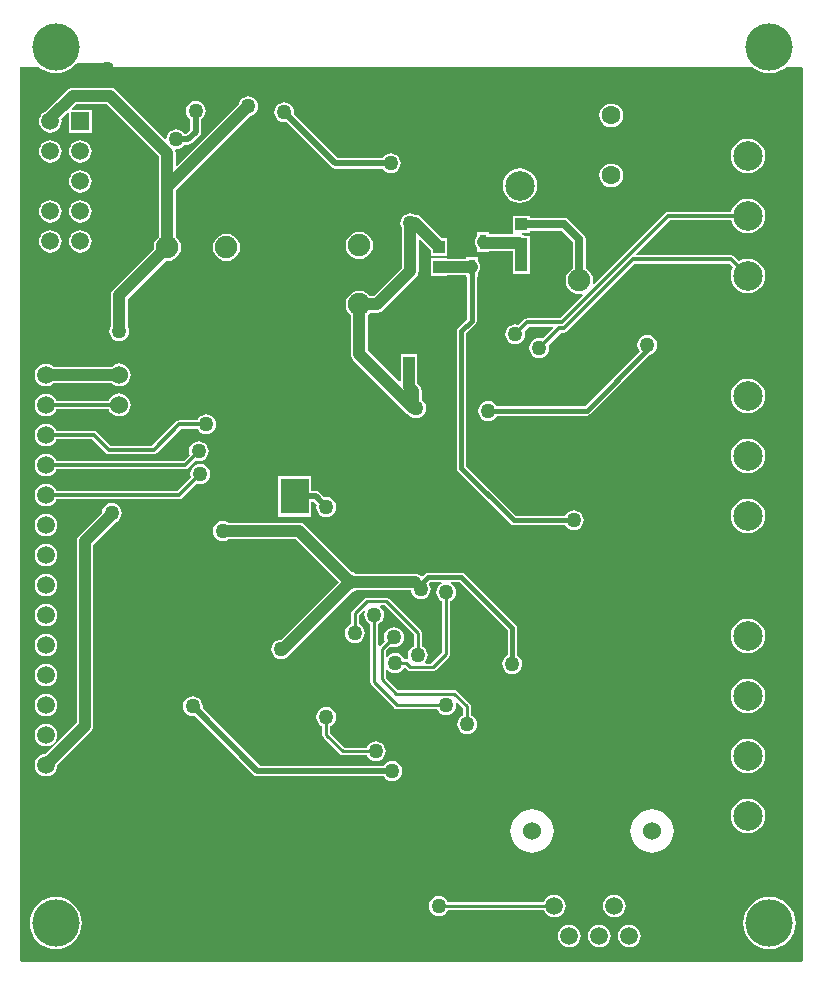
<source format=gbl>
%FSLAX44Y44*%
%MOMM*%
G71*
G01*
G75*
G04 Layer_Physical_Order=2*
G04 Layer_Color=16711680*
%ADD10R,1.4000X0.6500*%
%ADD11R,1.7800X0.4200*%
%ADD12R,1.0000X1.1000*%
%ADD13R,1.1000X1.0000*%
%ADD14R,0.3000X1.4000*%
%ADD15R,1.1000X1.9000*%
%ADD16R,0.6000X1.4000*%
%ADD17R,1.4500X0.5500*%
%ADD18R,0.5500X1.4500*%
%ADD19R,1.7000X0.6500*%
%ADD20R,0.8000X0.8000*%
%ADD21R,3.5000X2.6000*%
%ADD22C,1.0000*%
%ADD23C,0.2540*%
%ADD24C,0.3000*%
%ADD25C,0.7000*%
%ADD26C,0.4000*%
%ADD27C,0.5000*%
%ADD28C,0.6000*%
%ADD29C,4.0000*%
%ADD30R,1.5000X1.5000*%
%ADD31C,1.5000*%
%ADD32C,2.5000*%
%ADD33C,1.5240*%
%ADD34C,1.9000*%
%ADD35C,1.6000*%
%ADD36C,1.2700*%
%ADD37R,2.4000X3.0000*%
%ADD38R,0.6000X1.3000*%
G36*
X673000Y767102D02*
X673000Y11898D01*
X672102Y11000D01*
X10803Y11000D01*
X9905Y11898D01*
X10613Y768000D01*
X26586D01*
X28268Y766619D01*
X32090Y764576D01*
X36237Y763318D01*
X40550Y762894D01*
X44863Y763318D01*
X49010Y764576D01*
X52832Y766619D01*
X54514Y768000D01*
X630796Y768000D01*
X632479Y766619D01*
X636301Y764576D01*
X640448Y763318D01*
X644760Y762894D01*
X649073Y763318D01*
X653220Y764576D01*
X657042Y766619D01*
X658725Y768000D01*
X672102D01*
X673000Y767102D01*
D02*
G37*
%LPC*%
G36*
X626500Y250505D02*
X622715Y250007D01*
X619188Y248546D01*
X616159Y246222D01*
X613835Y243193D01*
X612374Y239665D01*
X611875Y235880D01*
X612374Y232095D01*
X613835Y228568D01*
X616159Y225539D01*
X619188Y223214D01*
X622715Y221753D01*
X626500Y221255D01*
X630285Y221753D01*
X633813Y223214D01*
X636842Y225539D01*
X639166Y228568D01*
X640627Y232095D01*
X641125Y235880D01*
X640627Y239665D01*
X639166Y243193D01*
X636842Y246222D01*
X633813Y248546D01*
X630285Y250007D01*
X626500Y250505D01*
D02*
G37*
G36*
X32140Y263242D02*
X29660Y262916D01*
X27349Y261958D01*
X25365Y260436D01*
X23842Y258451D01*
X22885Y256140D01*
X22558Y253660D01*
X22885Y251180D01*
X23842Y248869D01*
X25365Y246885D01*
X27349Y245362D01*
X29660Y244405D01*
X32140Y244078D01*
X34620Y244405D01*
X36931Y245362D01*
X38916Y246885D01*
X40438Y248869D01*
X41396Y251180D01*
X41722Y253660D01*
X41396Y256140D01*
X40438Y258451D01*
X38916Y260436D01*
X36931Y261958D01*
X34620Y262916D01*
X32140Y263242D01*
D02*
G37*
G36*
X182000Y384002D02*
X179820Y383715D01*
X177789Y382874D01*
X176045Y381535D01*
X174706Y379791D01*
X173865Y377760D01*
X173578Y375580D01*
X173865Y373400D01*
X174706Y371369D01*
X176045Y369625D01*
X177789Y368286D01*
X179820Y367445D01*
X182000Y367158D01*
X184180Y367445D01*
X186211Y368286D01*
X186515Y368520D01*
X243846D01*
X279965Y332400D01*
X231193Y283628D01*
X229350Y283385D01*
X227319Y282544D01*
X225575Y281205D01*
X224236Y279461D01*
X223395Y277430D01*
X223108Y275250D01*
X223395Y273070D01*
X224236Y271039D01*
X225575Y269295D01*
X227319Y267956D01*
X229350Y267115D01*
X231530Y266828D01*
X233710Y267115D01*
X235741Y267956D01*
X237485Y269295D01*
X238824Y271039D01*
X239000Y271466D01*
X291750Y324215D01*
X292130Y324265D01*
X294161Y325106D01*
X294465Y325340D01*
X341312D01*
X341505Y323870D01*
X342346Y321839D01*
X343685Y320095D01*
X345429Y318756D01*
X347460Y317915D01*
X349640Y317628D01*
X351820Y317915D01*
X353851Y318756D01*
X355595Y320095D01*
X356934Y321839D01*
X357775Y323870D01*
X358062Y326050D01*
X357775Y328230D01*
X356934Y330261D01*
X356445Y330898D01*
X357679Y332132D01*
X366906D01*
X367159Y330862D01*
X367019Y330804D01*
X365275Y329465D01*
X363936Y327721D01*
X363095Y325690D01*
X362808Y323510D01*
X363095Y321330D01*
X363936Y319299D01*
X365275Y317555D01*
X367019Y316216D01*
X367896Y315853D01*
Y272821D01*
X358419Y263344D01*
X353894D01*
X353362Y264614D01*
X354394Y265959D01*
X355235Y267990D01*
X355522Y270170D01*
X355235Y272350D01*
X354394Y274381D01*
X353055Y276125D01*
X351311Y277464D01*
X350434Y277827D01*
Y289220D01*
X350180Y290496D01*
X349458Y291578D01*
X322788Y318248D01*
X321706Y318970D01*
X320430Y319224D01*
X303920D01*
X302644Y318970D01*
X301563Y318248D01*
X291403Y308088D01*
X290680Y307006D01*
X290426Y305730D01*
Y296877D01*
X289549Y296514D01*
X287805Y295175D01*
X286466Y293431D01*
X285625Y291400D01*
X285338Y289220D01*
X285625Y287040D01*
X286466Y285009D01*
X287805Y283265D01*
X289549Y281926D01*
X291580Y281085D01*
X293760Y280798D01*
X295940Y281085D01*
X297971Y281926D01*
X299715Y283265D01*
X301054Y285009D01*
X301895Y287040D01*
X302182Y289220D01*
X301895Y291400D01*
X301054Y293431D01*
X299715Y295175D01*
X297971Y296514D01*
X297094Y296877D01*
Y304349D01*
X301556Y308811D01*
X302633Y308092D01*
X302135Y306890D01*
X301848Y304710D01*
X302135Y302530D01*
X302976Y300499D01*
X304315Y298755D01*
X306059Y297416D01*
X306936Y297053D01*
Y247310D01*
X307190Y246034D01*
X307913Y244953D01*
X326963Y225903D01*
X328044Y225180D01*
X329320Y224926D01*
X363573D01*
X363936Y224049D01*
X365275Y222305D01*
X367019Y220966D01*
X369050Y220125D01*
X371230Y219838D01*
X373410Y220125D01*
X375441Y220966D01*
X377185Y222305D01*
X378524Y224049D01*
X379365Y226080D01*
X379652Y228260D01*
X379413Y230076D01*
X380549Y230736D01*
X385676Y225609D01*
Y219407D01*
X384799Y219044D01*
X383055Y217705D01*
X381716Y215961D01*
X380875Y213930D01*
X380588Y211750D01*
X380875Y209570D01*
X381716Y207539D01*
X383055Y205795D01*
X384799Y204456D01*
X386830Y203615D01*
X389010Y203328D01*
X391190Y203615D01*
X393221Y204456D01*
X394965Y205795D01*
X396304Y207539D01*
X397145Y209570D01*
X397432Y211750D01*
X397145Y213930D01*
X396304Y215961D01*
X394965Y217705D01*
X393221Y219044D01*
X392344Y219407D01*
Y226990D01*
X392090Y228266D01*
X391368Y229348D01*
X380478Y240238D01*
X379396Y240960D01*
X378120Y241214D01*
X329971D01*
X319954Y251231D01*
Y258568D01*
X321224Y259000D01*
X322095Y257865D01*
X323839Y256526D01*
X325870Y255685D01*
X328050Y255398D01*
X330230Y255685D01*
X332261Y256526D01*
X334005Y257865D01*
X335038Y259211D01*
X336533Y259513D01*
X338393Y257653D01*
X339474Y256930D01*
X340750Y256676D01*
X359800D01*
X361076Y256930D01*
X362158Y257653D01*
X373588Y269083D01*
X374310Y270164D01*
X374564Y271440D01*
Y315853D01*
X375441Y316216D01*
X377185Y317555D01*
X378524Y319299D01*
X379365Y321330D01*
X379652Y323510D01*
X379365Y325690D01*
X378524Y327721D01*
X377185Y329465D01*
X375441Y330804D01*
X375301Y330862D01*
X375554Y332132D01*
X382241D01*
X423032Y291341D01*
Y270349D01*
X422899Y270294D01*
X421155Y268955D01*
X419816Y267211D01*
X418975Y265180D01*
X418688Y263000D01*
X418975Y260820D01*
X419816Y258789D01*
X421155Y257045D01*
X422899Y255706D01*
X424930Y254865D01*
X427110Y254578D01*
X429290Y254865D01*
X431321Y255706D01*
X433065Y257045D01*
X434404Y258789D01*
X435245Y260820D01*
X435532Y263000D01*
X435245Y265180D01*
X434404Y267211D01*
X433065Y268955D01*
X431321Y270294D01*
X431189Y270349D01*
Y293030D01*
X431189Y293030D01*
X430929Y294332D01*
X430878Y294591D01*
X429994Y295914D01*
X386814Y339094D01*
X385491Y339978D01*
X385232Y340029D01*
X383930Y340289D01*
X383930Y340288D01*
X355990D01*
X355990Y340289D01*
X354429Y339978D01*
X353106Y339094D01*
X351038Y337025D01*
X349771Y337108D01*
X349553Y337393D01*
X348090Y338515D01*
X346387Y339220D01*
X344560Y339460D01*
X294465D01*
X294161Y339694D01*
X292130Y340535D01*
X291750Y340585D01*
X251763Y380573D01*
X250300Y381695D01*
X248598Y382400D01*
X246770Y382640D01*
X186515D01*
X186211Y382874D01*
X184180Y383715D01*
X182000Y384002D01*
D02*
G37*
G36*
X269630Y226522D02*
X267450Y226235D01*
X265419Y225394D01*
X263675Y224055D01*
X262336Y222311D01*
X261495Y220280D01*
X261208Y218100D01*
X261495Y215920D01*
X262336Y213889D01*
X263675Y212145D01*
X265419Y210806D01*
X266296Y210443D01*
Y202860D01*
X266550Y201584D01*
X267273Y200503D01*
X281243Y186533D01*
X282324Y185810D01*
X283600Y185556D01*
X303883D01*
X304246Y184679D01*
X305585Y182935D01*
X307329Y181596D01*
X309360Y180755D01*
X311540Y180468D01*
X313720Y180755D01*
X315751Y181596D01*
X317495Y182935D01*
X318834Y184679D01*
X319675Y186710D01*
X319962Y188890D01*
X319675Y191070D01*
X318834Y193101D01*
X317495Y194845D01*
X315751Y196184D01*
X313720Y197025D01*
X311540Y197312D01*
X309360Y197025D01*
X307329Y196184D01*
X305585Y194845D01*
X304246Y193101D01*
X303883Y192224D01*
X284981D01*
X272964Y204241D01*
Y210443D01*
X273841Y210806D01*
X275585Y212145D01*
X276924Y213889D01*
X277765Y215920D01*
X278052Y218100D01*
X277765Y220280D01*
X276924Y222311D01*
X275585Y224055D01*
X273841Y225394D01*
X271810Y226235D01*
X269630Y226522D01*
D02*
G37*
G36*
X32140Y212442D02*
X29660Y212116D01*
X27349Y211158D01*
X25365Y209636D01*
X23842Y207651D01*
X22885Y205340D01*
X22558Y202860D01*
X22885Y200380D01*
X23842Y198069D01*
X25365Y196085D01*
X27349Y194562D01*
X29660Y193605D01*
X32140Y193278D01*
X34620Y193605D01*
X36931Y194562D01*
X38916Y196085D01*
X40438Y198069D01*
X41396Y200380D01*
X41722Y202860D01*
X41396Y205340D01*
X40438Y207651D01*
X38916Y209636D01*
X36931Y211158D01*
X34620Y212116D01*
X32140Y212442D01*
D02*
G37*
G36*
Y237842D02*
X29660Y237516D01*
X27349Y236558D01*
X25365Y235035D01*
X23842Y233051D01*
X22885Y230740D01*
X22558Y228260D01*
X22885Y225780D01*
X23842Y223469D01*
X25365Y221485D01*
X27349Y219962D01*
X29660Y219005D01*
X32140Y218678D01*
X34620Y219005D01*
X36931Y219962D01*
X38916Y221485D01*
X40438Y223469D01*
X41396Y225780D01*
X41722Y228260D01*
X41396Y230740D01*
X40438Y233051D01*
X38916Y235035D01*
X36931Y236558D01*
X34620Y237516D01*
X32140Y237842D01*
D02*
G37*
G36*
Y288642D02*
X29660Y288316D01*
X27349Y287358D01*
X25365Y285835D01*
X23842Y283851D01*
X22885Y281540D01*
X22558Y279060D01*
X22885Y276580D01*
X23842Y274269D01*
X25365Y272285D01*
X27349Y270762D01*
X29660Y269805D01*
X32140Y269478D01*
X34620Y269805D01*
X36931Y270762D01*
X38916Y272285D01*
X40438Y274269D01*
X41396Y276580D01*
X41722Y279060D01*
X41396Y281540D01*
X40438Y283851D01*
X38916Y285835D01*
X36931Y287358D01*
X34620Y288316D01*
X32140Y288642D01*
D02*
G37*
G36*
Y364842D02*
X29660Y364516D01*
X27349Y363558D01*
X25365Y362035D01*
X23842Y360051D01*
X22885Y357740D01*
X22558Y355260D01*
X22885Y352780D01*
X23842Y350469D01*
X25365Y348485D01*
X27349Y346962D01*
X29660Y346005D01*
X32140Y345678D01*
X34620Y346005D01*
X36931Y346962D01*
X38916Y348485D01*
X40438Y350469D01*
X41396Y352780D01*
X41722Y355260D01*
X41396Y357740D01*
X40438Y360051D01*
X38916Y362035D01*
X36931Y363558D01*
X34620Y364516D01*
X32140Y364842D01*
D02*
G37*
G36*
Y390242D02*
X29660Y389916D01*
X27349Y388958D01*
X25365Y387435D01*
X23842Y385451D01*
X22885Y383140D01*
X22558Y380660D01*
X22885Y378180D01*
X23842Y375869D01*
X25365Y373885D01*
X27349Y372362D01*
X29660Y371405D01*
X32140Y371078D01*
X34620Y371405D01*
X36931Y372362D01*
X38916Y373885D01*
X40438Y375869D01*
X41396Y378180D01*
X41722Y380660D01*
X41396Y383140D01*
X40438Y385451D01*
X38916Y387435D01*
X36931Y388958D01*
X34620Y389916D01*
X32140Y390242D01*
D02*
G37*
G36*
X626500Y402905D02*
X622715Y402407D01*
X619188Y400946D01*
X616159Y398622D01*
X613835Y395593D01*
X612374Y392065D01*
X611875Y388280D01*
X612374Y384495D01*
X613835Y380968D01*
X616159Y377939D01*
X619188Y375614D01*
X622715Y374153D01*
X626500Y373655D01*
X630285Y374153D01*
X633813Y375614D01*
X636842Y377939D01*
X639166Y380968D01*
X640627Y384495D01*
X641125Y388280D01*
X640627Y392065D01*
X639166Y395593D01*
X636842Y398622D01*
X633813Y400946D01*
X630285Y402407D01*
X626500Y402905D01*
D02*
G37*
G36*
Y301305D02*
X622715Y300807D01*
X619188Y299346D01*
X616159Y297022D01*
X613835Y293993D01*
X612374Y290465D01*
X611875Y286680D01*
X612374Y282895D01*
X613835Y279368D01*
X616159Y276339D01*
X619188Y274014D01*
X622715Y272553D01*
X626500Y272055D01*
X630285Y272553D01*
X633813Y274014D01*
X636842Y276339D01*
X639166Y279368D01*
X640627Y282895D01*
X641125Y286680D01*
X640627Y290465D01*
X639166Y293993D01*
X636842Y297022D01*
X633813Y299346D01*
X630285Y300807D01*
X626500Y301305D01*
D02*
G37*
G36*
X32140Y314042D02*
X29660Y313716D01*
X27349Y312758D01*
X25365Y311236D01*
X23842Y309251D01*
X22885Y306940D01*
X22558Y304460D01*
X22885Y301980D01*
X23842Y299669D01*
X25365Y297685D01*
X27349Y296162D01*
X29660Y295205D01*
X32140Y294878D01*
X34620Y295205D01*
X36931Y296162D01*
X38916Y297685D01*
X40438Y299669D01*
X41396Y301980D01*
X41722Y304460D01*
X41396Y306940D01*
X40438Y309251D01*
X38916Y311236D01*
X36931Y312758D01*
X34620Y313716D01*
X32140Y314042D01*
D02*
G37*
G36*
Y339442D02*
X29660Y339116D01*
X27349Y338158D01*
X25365Y336636D01*
X23842Y334651D01*
X22885Y332340D01*
X22558Y329860D01*
X22885Y327380D01*
X23842Y325069D01*
X25365Y323085D01*
X27349Y321562D01*
X29660Y320605D01*
X32140Y320278D01*
X34620Y320605D01*
X36931Y321562D01*
X38916Y323085D01*
X40438Y325069D01*
X41396Y327380D01*
X41722Y329860D01*
X41396Y332340D01*
X40438Y334651D01*
X38916Y336636D01*
X36931Y338158D01*
X34620Y339116D01*
X32140Y339442D01*
D02*
G37*
G36*
X500820Y42262D02*
X498340Y41936D01*
X496029Y40978D01*
X494045Y39456D01*
X492522Y37471D01*
X491565Y35160D01*
X491238Y32680D01*
X491565Y30200D01*
X492522Y27889D01*
X494045Y25905D01*
X496029Y24382D01*
X498340Y23425D01*
X500820Y23098D01*
X503300Y23425D01*
X505611Y24382D01*
X507596Y25905D01*
X509118Y27889D01*
X510076Y30200D01*
X510402Y32680D01*
X510076Y35160D01*
X509118Y37471D01*
X507596Y39456D01*
X505611Y40978D01*
X503300Y41936D01*
X500820Y42262D01*
D02*
G37*
G36*
X526220D02*
X523740Y41936D01*
X521429Y40978D01*
X519445Y39456D01*
X517922Y37471D01*
X516965Y35160D01*
X516638Y32680D01*
X516965Y30200D01*
X517922Y27889D01*
X519445Y25905D01*
X521429Y24382D01*
X523740Y23425D01*
X526220Y23098D01*
X528700Y23425D01*
X531011Y24382D01*
X532996Y25905D01*
X534519Y27889D01*
X535476Y30200D01*
X535802Y32680D01*
X535476Y35160D01*
X534519Y37471D01*
X532996Y39456D01*
X531011Y40978D01*
X528700Y41936D01*
X526220Y42262D01*
D02*
G37*
G36*
X513520Y67662D02*
X511040Y67336D01*
X508729Y66378D01*
X506745Y64856D01*
X505222Y62871D01*
X504265Y60560D01*
X503938Y58080D01*
X504265Y55600D01*
X505222Y53289D01*
X506745Y51305D01*
X508729Y49782D01*
X511040Y48825D01*
X513520Y48498D01*
X516000Y48825D01*
X518311Y49782D01*
X520296Y51305D01*
X521819Y53289D01*
X522776Y55600D01*
X523102Y58080D01*
X522776Y60560D01*
X521819Y62871D01*
X520296Y64856D01*
X518311Y66378D01*
X516000Y67336D01*
X513520Y67662D01*
D02*
G37*
G36*
X644760Y65736D02*
X640448Y65312D01*
X636301Y64054D01*
X632479Y62011D01*
X629129Y59262D01*
X626380Y55912D01*
X624337Y52090D01*
X623079Y47943D01*
X622654Y43630D01*
X623079Y39317D01*
X624337Y35170D01*
X626380Y31348D01*
X629129Y27998D01*
X632479Y25249D01*
X636301Y23206D01*
X640448Y21948D01*
X644760Y21523D01*
X649073Y21948D01*
X653220Y23206D01*
X657042Y25249D01*
X660392Y27998D01*
X663141Y31348D01*
X665184Y35170D01*
X666442Y39317D01*
X666867Y43630D01*
X666442Y47943D01*
X665184Y52090D01*
X663141Y55912D01*
X660392Y59262D01*
X657042Y62011D01*
X653220Y64054D01*
X649073Y65312D01*
X644760Y65736D01*
D02*
G37*
G36*
X40550Y65736D02*
X36237Y65312D01*
X32090Y64054D01*
X28268Y62011D01*
X24918Y59262D01*
X22169Y55912D01*
X20126Y52090D01*
X18868Y47943D01*
X18444Y43630D01*
X18868Y39317D01*
X20126Y35170D01*
X22169Y31348D01*
X24918Y27998D01*
X28268Y25249D01*
X32090Y23206D01*
X36237Y21948D01*
X40550Y21523D01*
X44863Y21948D01*
X49010Y23206D01*
X52832Y25249D01*
X56182Y27998D01*
X58931Y31348D01*
X60974Y35170D01*
X62232Y39317D01*
X62656Y43630D01*
X62232Y47943D01*
X60974Y52090D01*
X58931Y55912D01*
X56182Y59262D01*
X52832Y62011D01*
X49010Y64054D01*
X44863Y65312D01*
X40550Y65736D01*
D02*
G37*
G36*
X475420Y42262D02*
X472940Y41936D01*
X470629Y40978D01*
X468645Y39456D01*
X467122Y37471D01*
X466165Y35160D01*
X465838Y32680D01*
X466165Y30200D01*
X467122Y27889D01*
X468645Y25905D01*
X470629Y24382D01*
X472940Y23425D01*
X475420Y23098D01*
X477900Y23425D01*
X480211Y24382D01*
X482196Y25905D01*
X483718Y27889D01*
X484676Y30200D01*
X485002Y32680D01*
X484676Y35160D01*
X483718Y37471D01*
X482196Y39456D01*
X480211Y40978D01*
X477900Y41936D01*
X475420Y42262D01*
D02*
G37*
G36*
X462720Y67662D02*
X460240Y67336D01*
X457929Y66378D01*
X455945Y64856D01*
X454422Y62871D01*
X453819Y61414D01*
X372537D01*
X372174Y62291D01*
X370835Y64035D01*
X369091Y65374D01*
X367060Y66215D01*
X364880Y66502D01*
X362700Y66215D01*
X360669Y65374D01*
X358925Y64035D01*
X357586Y62291D01*
X356745Y60260D01*
X356458Y58080D01*
X356745Y55900D01*
X357586Y53869D01*
X358925Y52125D01*
X360669Y50786D01*
X362700Y49945D01*
X364880Y49658D01*
X367060Y49945D01*
X369091Y50786D01*
X370835Y52125D01*
X372174Y53869D01*
X372537Y54746D01*
X453819D01*
X454422Y53289D01*
X455945Y51305D01*
X457929Y49782D01*
X460240Y48825D01*
X462720Y48498D01*
X465200Y48825D01*
X467511Y49782D01*
X469496Y51305D01*
X471018Y53289D01*
X471976Y55600D01*
X472302Y58080D01*
X471976Y60560D01*
X471018Y62871D01*
X469496Y64856D01*
X467511Y66378D01*
X465200Y67336D01*
X462720Y67662D01*
D02*
G37*
G36*
X156600Y235412D02*
X154420Y235125D01*
X152389Y234284D01*
X150645Y232945D01*
X149306Y231201D01*
X148465Y229170D01*
X148178Y226990D01*
X148465Y224810D01*
X149306Y222779D01*
X150645Y221035D01*
X152389Y219696D01*
X154420Y218855D01*
X156600Y218568D01*
X158309Y218793D01*
X207966Y169136D01*
X209454Y168141D01*
X211210Y167792D01*
X318506D01*
X319555Y166425D01*
X321299Y165086D01*
X323330Y164245D01*
X325510Y163958D01*
X327690Y164245D01*
X329721Y165086D01*
X331465Y166425D01*
X332804Y168169D01*
X333645Y170200D01*
X333932Y172380D01*
X333645Y174560D01*
X332804Y176591D01*
X331465Y178335D01*
X329721Y179674D01*
X327690Y180515D01*
X325510Y180802D01*
X323330Y180515D01*
X321299Y179674D01*
X319555Y178335D01*
X318506Y176968D01*
X213111D01*
X164797Y225282D01*
X165022Y226990D01*
X164735Y229170D01*
X163894Y231201D01*
X162555Y232945D01*
X160811Y234284D01*
X158780Y235125D01*
X156600Y235412D01*
D02*
G37*
G36*
X88020Y399242D02*
X85840Y398955D01*
X83809Y398114D01*
X82065Y396775D01*
X80726Y395031D01*
X79885Y393000D01*
X79643Y391157D01*
X60168Y371683D01*
X59046Y370220D01*
X58340Y368517D01*
X58100Y366690D01*
Y213405D01*
X31676Y186981D01*
X29660Y186716D01*
X27349Y185758D01*
X25365Y184235D01*
X23842Y182251D01*
X22885Y179940D01*
X22558Y177460D01*
X22885Y174980D01*
X23842Y172669D01*
X25365Y170685D01*
X27349Y169162D01*
X29660Y168205D01*
X32140Y167878D01*
X34620Y168205D01*
X36931Y169162D01*
X38916Y170685D01*
X40438Y172669D01*
X41396Y174980D01*
X41661Y176996D01*
X70153Y205488D01*
X71275Y206950D01*
X71980Y208653D01*
X72221Y210480D01*
Y363766D01*
X91805Y383350D01*
X92231Y383526D01*
X93975Y384865D01*
X95314Y386609D01*
X96155Y388640D01*
X96442Y390820D01*
X96155Y393000D01*
X95314Y395031D01*
X93975Y396775D01*
X92231Y398114D01*
X90200Y398955D01*
X88020Y399242D01*
D02*
G37*
G36*
X626500Y199705D02*
X622715Y199207D01*
X619188Y197746D01*
X616159Y195422D01*
X613835Y192393D01*
X612374Y188865D01*
X611875Y185080D01*
X612374Y181295D01*
X613835Y177768D01*
X616159Y174739D01*
X619188Y172414D01*
X622715Y170953D01*
X626500Y170455D01*
X630285Y170953D01*
X633813Y172414D01*
X636842Y174739D01*
X639166Y177768D01*
X640627Y181295D01*
X641125Y185080D01*
X640627Y188865D01*
X639166Y192393D01*
X636842Y195422D01*
X633813Y197746D01*
X630285Y199207D01*
X626500Y199705D01*
D02*
G37*
G36*
X443620Y139918D02*
X440043Y139566D01*
X436603Y138523D01*
X433432Y136828D01*
X430653Y134547D01*
X428372Y131768D01*
X426678Y128598D01*
X425634Y125158D01*
X425282Y121580D01*
X425634Y118003D01*
X426678Y114562D01*
X428372Y111392D01*
X430653Y108613D01*
X433432Y106332D01*
X436603Y104638D01*
X440043Y103594D01*
X443620Y103242D01*
X447198Y103594D01*
X450638Y104638D01*
X453809Y106332D01*
X456587Y108613D01*
X458868Y111392D01*
X460563Y114562D01*
X461606Y118003D01*
X461959Y121580D01*
X461606Y125158D01*
X460563Y128598D01*
X458868Y131768D01*
X456587Y134547D01*
X453809Y136828D01*
X450638Y138523D01*
X447198Y139566D01*
X443620Y139918D01*
D02*
G37*
G36*
X545220D02*
X541643Y139566D01*
X538203Y138523D01*
X535032Y136828D01*
X532253Y134547D01*
X529972Y131768D01*
X528278Y128598D01*
X527234Y125158D01*
X526882Y121580D01*
X527234Y118003D01*
X528278Y114562D01*
X529972Y111392D01*
X532253Y108613D01*
X535032Y106332D01*
X538203Y104638D01*
X541643Y103594D01*
X545220Y103242D01*
X548798Y103594D01*
X552238Y104638D01*
X555409Y106332D01*
X558187Y108613D01*
X560468Y111392D01*
X562163Y114562D01*
X563206Y118003D01*
X563559Y121580D01*
X563206Y125158D01*
X562163Y128598D01*
X560468Y131768D01*
X558187Y134547D01*
X555409Y136828D01*
X552238Y138523D01*
X548798Y139566D01*
X545220Y139918D01*
D02*
G37*
G36*
X626500Y148905D02*
X622715Y148407D01*
X619188Y146946D01*
X616159Y144622D01*
X613835Y141593D01*
X612374Y138065D01*
X611875Y134280D01*
X612374Y130495D01*
X613835Y126968D01*
X616159Y123939D01*
X619188Y121614D01*
X622715Y120153D01*
X626500Y119655D01*
X630285Y120153D01*
X633813Y121614D01*
X636842Y123939D01*
X639166Y126968D01*
X640627Y130495D01*
X641125Y134280D01*
X640627Y138065D01*
X639166Y141593D01*
X636842Y144622D01*
X633813Y146946D01*
X630285Y148407D01*
X626500Y148905D01*
D02*
G37*
G36*
X256960Y421790D02*
X228960D01*
Y387790D01*
X256960D01*
Y400202D01*
X258840D01*
X261433Y397609D01*
X261208Y395900D01*
X261495Y393720D01*
X262336Y391689D01*
X263675Y389945D01*
X265419Y388606D01*
X267450Y387765D01*
X269630Y387478D01*
X271810Y387765D01*
X273841Y388606D01*
X275585Y389945D01*
X276924Y391689D01*
X277765Y393720D01*
X278052Y395900D01*
X277765Y398080D01*
X276924Y400111D01*
X275585Y401855D01*
X273841Y403194D01*
X271810Y404035D01*
X269630Y404322D01*
X267922Y404097D01*
X263984Y408034D01*
X262496Y409029D01*
X260740Y409378D01*
X256960D01*
Y421790D01*
D02*
G37*
G36*
X35950Y655672D02*
X33470Y655346D01*
X31159Y654388D01*
X29175Y652866D01*
X27652Y650881D01*
X26695Y648570D01*
X26368Y646090D01*
X26695Y643610D01*
X27652Y641299D01*
X29175Y639315D01*
X31159Y637792D01*
X33470Y636835D01*
X35950Y636508D01*
X38430Y636835D01*
X40741Y637792D01*
X42726Y639315D01*
X44248Y641299D01*
X45206Y643610D01*
X45532Y646090D01*
X45206Y648570D01*
X44248Y650881D01*
X42726Y652866D01*
X40741Y654388D01*
X38430Y655346D01*
X35950Y655672D01*
D02*
G37*
G36*
X61350D02*
X58870Y655346D01*
X56559Y654388D01*
X54575Y652866D01*
X53052Y650881D01*
X52095Y648570D01*
X51768Y646090D01*
X52095Y643610D01*
X53052Y641299D01*
X54575Y639315D01*
X56559Y637792D01*
X58870Y636835D01*
X61350Y636508D01*
X63830Y636835D01*
X66141Y637792D01*
X68126Y639315D01*
X69648Y641299D01*
X70606Y643610D01*
X70932Y646090D01*
X70606Y648570D01*
X69648Y650881D01*
X68126Y652866D01*
X66141Y654388D01*
X63830Y655346D01*
X61350Y655672D01*
D02*
G37*
G36*
X433460Y682535D02*
X429675Y682037D01*
X426148Y680576D01*
X423119Y678252D01*
X420794Y675223D01*
X419333Y671695D01*
X418835Y667910D01*
X419333Y664125D01*
X420794Y660598D01*
X423119Y657569D01*
X426148Y655244D01*
X429675Y653783D01*
X433460Y653285D01*
X437245Y653783D01*
X440773Y655244D01*
X443802Y657569D01*
X446126Y660598D01*
X447587Y664125D01*
X448085Y667910D01*
X447587Y671695D01*
X446126Y675223D01*
X443802Y678252D01*
X440773Y680576D01*
X437245Y682037D01*
X433460Y682535D01*
D02*
G37*
G36*
X340750Y644352D02*
X338570Y644065D01*
X336539Y643224D01*
X334795Y641885D01*
X333456Y640141D01*
X332615Y638110D01*
X332328Y635930D01*
X332615Y633750D01*
X333456Y631719D01*
X333690Y631415D01*
Y598215D01*
X309886Y574411D01*
X306648D01*
X305772Y575552D01*
X303370Y577395D01*
X300572Y578554D01*
X297570Y578949D01*
X294568Y578554D01*
X291770Y577395D01*
X289368Y575552D01*
X287525Y573150D01*
X286366Y570352D01*
X285971Y567350D01*
X286366Y564348D01*
X287525Y561550D01*
X289368Y559148D01*
X290510Y558272D01*
Y525440D01*
X290750Y523613D01*
X291456Y521910D01*
X292578Y520448D01*
X338298Y474728D01*
X339760Y473606D01*
X340460Y473316D01*
X341619Y472426D01*
X343650Y471585D01*
X345830Y471298D01*
X348010Y471585D01*
X350041Y472426D01*
X351785Y473765D01*
X353124Y475509D01*
X353965Y477540D01*
X354252Y479720D01*
X353965Y481900D01*
X353124Y483931D01*
X351785Y485675D01*
X350350Y486776D01*
Y493690D01*
X350110Y495517D01*
X349405Y497220D01*
X348283Y498683D01*
X346540Y500425D01*
Y517820D01*
X346480Y518279D01*
Y525320D01*
X332480D01*
Y518279D01*
X332420Y517820D01*
Y502235D01*
X331246Y501749D01*
X304631Y528365D01*
Y558272D01*
X305772Y559148D01*
X306648Y560290D01*
X312810D01*
X314638Y560530D01*
X316340Y561236D01*
X317803Y562358D01*
X345743Y590298D01*
X346865Y591760D01*
X347570Y593463D01*
X347811Y595290D01*
Y621525D01*
X348984Y622011D01*
X357880Y613115D01*
Y608600D01*
X371880D01*
Y615641D01*
X371940Y616100D01*
X371880Y616559D01*
Y623600D01*
X367365D01*
X350043Y640922D01*
X348580Y642045D01*
X346878Y642750D01*
X345310Y642956D01*
X344961Y643224D01*
X342930Y644065D01*
X340750Y644352D01*
D02*
G37*
G36*
X35950Y630272D02*
X33470Y629946D01*
X31159Y628988D01*
X29175Y627466D01*
X27652Y625481D01*
X26695Y623170D01*
X26368Y620690D01*
X26695Y618210D01*
X27652Y615899D01*
X29175Y613915D01*
X31159Y612392D01*
X33470Y611435D01*
X35950Y611108D01*
X38430Y611435D01*
X40741Y612392D01*
X42726Y613915D01*
X44248Y615899D01*
X45206Y618210D01*
X45532Y620690D01*
X45206Y623170D01*
X44248Y625481D01*
X42726Y627466D01*
X40741Y628988D01*
X38430Y629946D01*
X35950Y630272D01*
D02*
G37*
G36*
X61350D02*
X58870Y629946D01*
X56559Y628988D01*
X54575Y627466D01*
X53052Y625481D01*
X52095Y623170D01*
X51768Y620690D01*
X52095Y618210D01*
X53052Y615899D01*
X54575Y613915D01*
X56559Y612392D01*
X58870Y611435D01*
X61350Y611108D01*
X63830Y611435D01*
X66141Y612392D01*
X68126Y613915D01*
X69648Y615899D01*
X70606Y618210D01*
X70932Y620690D01*
X70606Y623170D01*
X69648Y625481D01*
X68126Y627466D01*
X66141Y628988D01*
X63830Y629946D01*
X61350Y630272D01*
D02*
G37*
G36*
Y681072D02*
X58870Y680746D01*
X56559Y679788D01*
X54575Y678266D01*
X53052Y676281D01*
X52095Y673970D01*
X51768Y671490D01*
X52095Y669010D01*
X53052Y666699D01*
X54575Y664715D01*
X56559Y663192D01*
X58870Y662235D01*
X61350Y661908D01*
X63830Y662235D01*
X66141Y663192D01*
X68126Y664715D01*
X69648Y666699D01*
X70606Y669010D01*
X70932Y671490D01*
X70606Y673970D01*
X69648Y676281D01*
X68126Y678266D01*
X66141Y679788D01*
X63830Y680746D01*
X61350Y681072D01*
D02*
G37*
G36*
X35950Y706472D02*
X33470Y706146D01*
X31159Y705188D01*
X29175Y703665D01*
X27652Y701681D01*
X26695Y699370D01*
X26368Y696890D01*
X26695Y694410D01*
X27652Y692099D01*
X29175Y690115D01*
X31159Y688592D01*
X33470Y687635D01*
X35950Y687308D01*
X38430Y687635D01*
X40741Y688592D01*
X42726Y690115D01*
X44248Y692099D01*
X45206Y694410D01*
X45532Y696890D01*
X45206Y699370D01*
X44248Y701681D01*
X42726Y703665D01*
X40741Y705188D01*
X38430Y706146D01*
X35950Y706472D01*
D02*
G37*
G36*
X61350D02*
X58870Y706146D01*
X56559Y705188D01*
X54575Y703665D01*
X53052Y701681D01*
X52095Y699370D01*
X51768Y696890D01*
X52095Y694410D01*
X53052Y692099D01*
X54575Y690115D01*
X56559Y688592D01*
X58870Y687635D01*
X61350Y687308D01*
X63830Y687635D01*
X66141Y688592D01*
X68126Y690115D01*
X69648Y692099D01*
X70606Y694410D01*
X70932Y696890D01*
X70606Y699370D01*
X69648Y701681D01*
X68126Y703665D01*
X66141Y705188D01*
X63830Y706146D01*
X61350Y706472D01*
D02*
G37*
G36*
X510930Y737456D02*
X508320Y737113D01*
X505887Y736105D01*
X503798Y734502D01*
X502195Y732413D01*
X501188Y729981D01*
X500844Y727370D01*
X501188Y724760D01*
X502195Y722327D01*
X503798Y720238D01*
X505887Y718635D01*
X508320Y717627D01*
X510930Y717284D01*
X513541Y717627D01*
X515973Y718635D01*
X518062Y720238D01*
X519665Y722327D01*
X520673Y724760D01*
X521016Y727370D01*
X520673Y729981D01*
X519665Y732413D01*
X518062Y734502D01*
X515973Y736105D01*
X513541Y737113D01*
X510930Y737456D01*
D02*
G37*
G36*
Y686656D02*
X508320Y686313D01*
X505887Y685305D01*
X503798Y683702D01*
X502195Y681613D01*
X501188Y679181D01*
X500844Y676570D01*
X501188Y673960D01*
X502195Y671527D01*
X503798Y669438D01*
X505887Y667835D01*
X508320Y666827D01*
X510930Y666484D01*
X513541Y666827D01*
X515973Y667835D01*
X518062Y669438D01*
X519665Y671527D01*
X520673Y673960D01*
X521016Y676570D01*
X520673Y679181D01*
X519665Y681613D01*
X518062Y683702D01*
X515973Y685305D01*
X513541Y686313D01*
X510930Y686656D01*
D02*
G37*
G36*
X234070Y738332D02*
X231890Y738045D01*
X229859Y737204D01*
X228115Y735865D01*
X226776Y734121D01*
X225935Y732090D01*
X225648Y729910D01*
X225935Y727730D01*
X226776Y725699D01*
X228115Y723955D01*
X229859Y722616D01*
X231890Y721775D01*
X234070Y721488D01*
X235779Y721713D01*
X274006Y683486D01*
X275494Y682491D01*
X277250Y682142D01*
X317236D01*
X318285Y680775D01*
X320029Y679436D01*
X322060Y678595D01*
X324240Y678308D01*
X326420Y678595D01*
X328451Y679436D01*
X330195Y680775D01*
X331534Y682519D01*
X332375Y684550D01*
X332662Y686730D01*
X332375Y688910D01*
X331534Y690941D01*
X330195Y692685D01*
X328451Y694024D01*
X326420Y694865D01*
X324240Y695152D01*
X322060Y694865D01*
X320029Y694024D01*
X318285Y692685D01*
X317236Y691318D01*
X279151D01*
X242267Y728202D01*
X242492Y729910D01*
X242205Y732090D01*
X241364Y734121D01*
X240025Y735865D01*
X238281Y737204D01*
X236250Y738045D01*
X234070Y738332D01*
D02*
G37*
G36*
X626500Y707705D02*
X622715Y707207D01*
X619188Y705746D01*
X616159Y703422D01*
X613835Y700393D01*
X612374Y696865D01*
X611875Y693080D01*
X612374Y689295D01*
X613835Y685768D01*
X616159Y682739D01*
X619188Y680414D01*
X622715Y678953D01*
X626500Y678455D01*
X630285Y678953D01*
X633813Y680414D01*
X636842Y682739D01*
X639166Y685768D01*
X640627Y689295D01*
X641125Y693080D01*
X640627Y696865D01*
X639166Y700393D01*
X636842Y703422D01*
X633813Y705746D01*
X630285Y707207D01*
X626500Y707705D01*
D02*
G37*
G36*
X397870Y607600D02*
X387870D01*
Y606161D01*
X371880D01*
Y606600D01*
X357880D01*
Y599559D01*
X357820Y599100D01*
X357880Y598641D01*
Y591600D01*
X371880D01*
Y592040D01*
X387870D01*
Y590600D01*
X388792D01*
Y555119D01*
X381046Y547374D01*
X380162Y546051D01*
X380111Y545792D01*
X379852Y544490D01*
X379852Y544490D01*
Y428920D01*
X379852Y428920D01*
X380111Y427618D01*
X380162Y427359D01*
X381046Y426036D01*
X425496Y381586D01*
X425496Y381586D01*
X426819Y380702D01*
X427078Y380651D01*
X428380Y380392D01*
X428380Y380392D01*
X471831D01*
X471886Y380259D01*
X473225Y378515D01*
X474969Y377176D01*
X477000Y376335D01*
X479180Y376048D01*
X481360Y376335D01*
X483391Y377176D01*
X485135Y378515D01*
X486474Y380259D01*
X487315Y382290D01*
X487602Y384470D01*
X487315Y386650D01*
X486474Y388681D01*
X485135Y390425D01*
X483391Y391764D01*
X481360Y392605D01*
X479180Y392892D01*
X477000Y392605D01*
X474969Y391764D01*
X473225Y390425D01*
X471886Y388681D01*
X471831Y388548D01*
X430069D01*
X388008Y430609D01*
Y542801D01*
X395754Y550546D01*
X395754Y550546D01*
X396638Y551869D01*
X396949Y553430D01*
Y590600D01*
X397870D01*
Y594118D01*
X398985Y595570D01*
X399690Y597273D01*
X399930Y599100D01*
X399690Y600927D01*
X398985Y602630D01*
X397870Y604083D01*
Y607600D01*
D02*
G37*
G36*
X168030Y474172D02*
X165850Y473885D01*
X163819Y473044D01*
X162075Y471705D01*
X160736Y469961D01*
X160470Y469319D01*
X145170D01*
X143805Y469047D01*
X142647Y468274D01*
X122102Y447729D01*
X86958D01*
X75304Y459384D01*
X74146Y460157D01*
X72780Y460429D01*
X40945D01*
X40438Y461651D01*
X38916Y463635D01*
X36931Y465158D01*
X34620Y466116D01*
X32140Y466442D01*
X29660Y466116D01*
X27349Y465158D01*
X25365Y463635D01*
X23842Y461651D01*
X22885Y459340D01*
X22558Y456860D01*
X22885Y454380D01*
X23842Y452069D01*
X25365Y450085D01*
X27349Y448562D01*
X29660Y447605D01*
X32140Y447278D01*
X34620Y447605D01*
X36931Y448562D01*
X38916Y450085D01*
X40438Y452069D01*
X40945Y453292D01*
X71302D01*
X82957Y441637D01*
X84115Y440863D01*
X85480Y440592D01*
X123580D01*
X124946Y440863D01*
X126103Y441637D01*
X146648Y462182D01*
X160470D01*
X160736Y461539D01*
X162075Y459795D01*
X163819Y458456D01*
X165850Y457615D01*
X168030Y457328D01*
X170210Y457615D01*
X172241Y458456D01*
X173985Y459795D01*
X175324Y461539D01*
X176165Y463570D01*
X176452Y465750D01*
X176165Y467930D01*
X175324Y469961D01*
X173985Y471705D01*
X172241Y473044D01*
X170210Y473885D01*
X168030Y474172D01*
D02*
G37*
G36*
X626500Y504505D02*
X622715Y504007D01*
X619188Y502546D01*
X616159Y500222D01*
X613835Y497193D01*
X612374Y493665D01*
X611875Y489880D01*
X612374Y486095D01*
X613835Y482568D01*
X616159Y479539D01*
X619188Y477214D01*
X622715Y475753D01*
X626500Y475255D01*
X630285Y475753D01*
X633813Y477214D01*
X636842Y479539D01*
X639166Y482568D01*
X640627Y486095D01*
X641125Y489880D01*
X640627Y493665D01*
X639166Y497193D01*
X636842Y500222D01*
X633813Y502546D01*
X630285Y504007D01*
X626500Y504505D01*
D02*
G37*
G36*
X541410Y541482D02*
X539230Y541195D01*
X537199Y540354D01*
X535455Y539015D01*
X534116Y537271D01*
X533275Y535240D01*
X532988Y533060D01*
X533275Y530880D01*
X534116Y528849D01*
X534891Y527839D01*
X488311Y481258D01*
X414139D01*
X414084Y481391D01*
X412745Y483135D01*
X411001Y484474D01*
X408970Y485315D01*
X406790Y485602D01*
X404610Y485315D01*
X402579Y484474D01*
X400835Y483135D01*
X399496Y481391D01*
X398655Y479360D01*
X398368Y477180D01*
X398655Y475000D01*
X399496Y472969D01*
X400835Y471225D01*
X402579Y469886D01*
X404610Y469045D01*
X406790Y468758D01*
X408970Y469045D01*
X411001Y469886D01*
X412745Y471225D01*
X414084Y472969D01*
X414139Y473102D01*
X490000D01*
X490000Y473102D01*
X491302Y473361D01*
X491561Y473412D01*
X492884Y474296D01*
X543501Y524913D01*
X543590Y524925D01*
X545621Y525766D01*
X547365Y527105D01*
X548704Y528849D01*
X549545Y530880D01*
X549832Y533060D01*
X549545Y535240D01*
X548704Y537271D01*
X547365Y539015D01*
X545621Y540354D01*
X543590Y541195D01*
X541410Y541482D01*
D02*
G37*
G36*
X162950Y432262D02*
X160770Y431975D01*
X158739Y431134D01*
X156995Y429795D01*
X155656Y428051D01*
X154815Y426020D01*
X154528Y423840D01*
X154815Y421660D01*
X155081Y421018D01*
X143692Y409629D01*
X40945D01*
X40438Y410851D01*
X38916Y412836D01*
X36931Y414358D01*
X34620Y415316D01*
X32140Y415642D01*
X29660Y415316D01*
X27349Y414358D01*
X25365Y412836D01*
X23842Y410851D01*
X22885Y408540D01*
X22558Y406060D01*
X22885Y403580D01*
X23842Y401269D01*
X25365Y399285D01*
X27349Y397762D01*
X29660Y396805D01*
X32140Y396478D01*
X34620Y396805D01*
X36931Y397762D01*
X38916Y399285D01*
X40438Y401269D01*
X40945Y402491D01*
X145170D01*
X146536Y402763D01*
X147694Y403537D01*
X160128Y415971D01*
X160770Y415705D01*
X162950Y415418D01*
X165130Y415705D01*
X167161Y416546D01*
X168905Y417885D01*
X170244Y419629D01*
X171085Y421660D01*
X171372Y423840D01*
X171085Y426020D01*
X170244Y428051D01*
X168905Y429795D01*
X167161Y431134D01*
X165130Y431975D01*
X162950Y432262D01*
D02*
G37*
G36*
X626500Y453705D02*
X622715Y453207D01*
X619188Y451746D01*
X616159Y449422D01*
X613835Y446393D01*
X612374Y442865D01*
X611875Y439080D01*
X612374Y435295D01*
X613835Y431768D01*
X616159Y428739D01*
X619188Y426414D01*
X622715Y424953D01*
X626500Y424455D01*
X630285Y424953D01*
X633813Y426414D01*
X636842Y428739D01*
X639166Y431768D01*
X640627Y435295D01*
X641125Y439080D01*
X640627Y442865D01*
X639166Y446393D01*
X636842Y449422D01*
X633813Y451746D01*
X630285Y453207D01*
X626500Y453705D01*
D02*
G37*
G36*
X161680Y451312D02*
X159500Y451025D01*
X157469Y450184D01*
X155725Y448845D01*
X154386Y447101D01*
X153545Y445070D01*
X153258Y442890D01*
X153545Y440710D01*
X153811Y440068D01*
X148772Y435029D01*
X40945D01*
X40438Y436251D01*
X38916Y438236D01*
X36931Y439758D01*
X34620Y440716D01*
X32140Y441042D01*
X29660Y440716D01*
X27349Y439758D01*
X25365Y438236D01*
X23842Y436251D01*
X22885Y433940D01*
X22558Y431460D01*
X22885Y428980D01*
X23842Y426669D01*
X25365Y424685D01*
X27349Y423162D01*
X29660Y422205D01*
X32140Y421878D01*
X34620Y422205D01*
X36931Y423162D01*
X38916Y424685D01*
X40438Y426669D01*
X40945Y427892D01*
X150250D01*
X151616Y428163D01*
X152774Y428937D01*
X158858Y435021D01*
X159500Y434755D01*
X161680Y434468D01*
X163860Y434755D01*
X165891Y435596D01*
X167635Y436935D01*
X168974Y438679D01*
X169815Y440710D01*
X170102Y442890D01*
X169815Y445070D01*
X168974Y447101D01*
X167635Y448845D01*
X165891Y450184D01*
X163860Y451025D01*
X161680Y451312D01*
D02*
G37*
G36*
X86750Y750940D02*
X55000D01*
X53173Y750700D01*
X51470Y749995D01*
X50008Y748873D01*
X32122Y730987D01*
X31159Y730588D01*
X29175Y729065D01*
X27652Y727081D01*
X26695Y724770D01*
X26368Y722290D01*
X26695Y719810D01*
X27652Y717499D01*
X29175Y715515D01*
X31159Y713992D01*
X33470Y713035D01*
X35950Y712708D01*
X38430Y713035D01*
X40741Y713992D01*
X42726Y715515D01*
X44248Y717499D01*
X45206Y719810D01*
X45532Y722290D01*
X45283Y724178D01*
X50677Y729572D01*
X51850Y729086D01*
Y712790D01*
X70850D01*
Y731790D01*
X54554D01*
X54068Y732963D01*
X57925Y736820D01*
X83826D01*
X127950Y692696D01*
Y666410D01*
Y624688D01*
X126808Y623812D01*
X124965Y621410D01*
X123806Y618612D01*
X123411Y615610D01*
X123599Y614184D01*
X89378Y579963D01*
X88256Y578500D01*
X87550Y576797D01*
X87310Y574970D01*
Y549005D01*
X87076Y548701D01*
X86235Y546670D01*
X85948Y544490D01*
X86235Y542310D01*
X87076Y540279D01*
X88415Y538535D01*
X90159Y537196D01*
X92190Y536355D01*
X94370Y536068D01*
X96550Y536355D01*
X98581Y537196D01*
X100325Y538535D01*
X101664Y540279D01*
X102505Y542310D01*
X102792Y544490D01*
X102505Y546670D01*
X101664Y548701D01*
X101431Y549005D01*
Y572046D01*
X133584Y604199D01*
X135010Y604011D01*
X138012Y604406D01*
X140810Y605565D01*
X143212Y607408D01*
X145055Y609810D01*
X146214Y612608D01*
X146609Y615610D01*
X146214Y618612D01*
X145055Y621410D01*
X143212Y623812D01*
X142071Y624688D01*
Y663486D01*
X205390Y726805D01*
X205770Y726855D01*
X207801Y727696D01*
X209545Y729035D01*
X210884Y730779D01*
X211725Y732810D01*
X212012Y734990D01*
X211725Y737170D01*
X210884Y739201D01*
X209545Y740945D01*
X207801Y742284D01*
X205770Y743125D01*
X203590Y743412D01*
X201410Y743125D01*
X199379Y742284D01*
X197635Y740945D01*
X196296Y739201D01*
X195455Y737170D01*
X195405Y736790D01*
X143244Y684629D01*
X142071Y685115D01*
Y695620D01*
X141830Y697447D01*
X141828Y697453D01*
X142615Y698606D01*
X142711Y698639D01*
X144810Y698915D01*
X146841Y699756D01*
X148585Y701095D01*
X149634Y702462D01*
X152790D01*
X154546Y702811D01*
X156034Y703806D01*
X162384Y710156D01*
X163379Y711644D01*
X163728Y713400D01*
Y724176D01*
X165095Y725225D01*
X166434Y726969D01*
X167275Y729000D01*
X167562Y731180D01*
X167275Y733360D01*
X166434Y735391D01*
X165095Y737135D01*
X163351Y738474D01*
X161320Y739315D01*
X159140Y739602D01*
X156960Y739315D01*
X154929Y738474D01*
X153185Y737135D01*
X151846Y735391D01*
X151005Y733360D01*
X150718Y731180D01*
X151005Y729000D01*
X151846Y726969D01*
X153185Y725225D01*
X154552Y724176D01*
Y715301D01*
X150890Y711638D01*
X149634D01*
X148585Y713005D01*
X146841Y714344D01*
X144810Y715185D01*
X142630Y715472D01*
X140450Y715185D01*
X138419Y714344D01*
X136675Y713005D01*
X135336Y711261D01*
X134495Y709230D01*
X134342Y708069D01*
X133001Y707614D01*
X91743Y748873D01*
X90280Y749995D01*
X88577Y750700D01*
X86750Y750940D01*
D02*
G37*
G36*
X185010Y627209D02*
X182008Y626814D01*
X179210Y625655D01*
X176808Y623812D01*
X174965Y621410D01*
X173806Y618612D01*
X173411Y615610D01*
X173806Y612608D01*
X174965Y609810D01*
X176808Y607408D01*
X179210Y605565D01*
X182008Y604406D01*
X185010Y604011D01*
X188012Y604406D01*
X190810Y605565D01*
X193212Y607408D01*
X195055Y609810D01*
X196214Y612608D01*
X196609Y615610D01*
X196214Y618612D01*
X195055Y621410D01*
X193212Y623812D01*
X190810Y625655D01*
X188012Y626814D01*
X185010Y627209D01*
D02*
G37*
G36*
X297570Y628949D02*
X294568Y628554D01*
X291770Y627395D01*
X289368Y625552D01*
X287525Y623150D01*
X286366Y620352D01*
X285971Y617350D01*
X286366Y614348D01*
X287525Y611550D01*
X289368Y609148D01*
X291770Y607305D01*
X294568Y606146D01*
X297570Y605751D01*
X300572Y606146D01*
X303370Y607305D01*
X305772Y609148D01*
X307615Y611550D01*
X308774Y614348D01*
X309169Y617350D01*
X308774Y620352D01*
X307615Y623150D01*
X305772Y625552D01*
X303370Y627395D01*
X300572Y628554D01*
X297570Y628949D01*
D02*
G37*
G36*
X626500Y656905D02*
X622715Y656407D01*
X619188Y654946D01*
X616159Y652622D01*
X613835Y649593D01*
X612374Y646065D01*
X612345Y645849D01*
X559190D01*
X557825Y645577D01*
X556667Y644803D01*
X496100Y584237D01*
X495033Y584966D01*
X495390Y587670D01*
X494994Y590672D01*
X493835Y593470D01*
X491992Y595872D01*
X489590Y597715D01*
X489398Y597795D01*
Y622430D01*
X488971Y624576D01*
X487756Y626395D01*
X475035Y639115D01*
X473216Y640331D01*
X471070Y640758D01*
X441730D01*
Y642650D01*
X427730D01*
Y628061D01*
X427730Y627650D01*
X426816Y626791D01*
X426816Y626791D01*
X407370D01*
Y628600D01*
X397370D01*
Y625083D01*
X396256Y623630D01*
X395550Y621927D01*
X395310Y620100D01*
X395550Y618273D01*
X396256Y616570D01*
X397370Y615117D01*
Y611600D01*
X407370D01*
Y612670D01*
X427670D01*
Y600860D01*
X427730Y600401D01*
Y593360D01*
X441730D01*
Y600401D01*
X441791Y600860D01*
Y618150D01*
X441730Y618609D01*
Y625650D01*
X436934D01*
X436680Y625845D01*
X435388Y626380D01*
X435640Y627650D01*
X441730D01*
Y629542D01*
X468747D01*
X478182Y620107D01*
Y597795D01*
X477991Y597715D01*
X475588Y595872D01*
X473745Y593470D01*
X472586Y590672D01*
X472191Y587670D01*
X472586Y584668D01*
X473745Y581870D01*
X475588Y579468D01*
X477991Y577625D01*
X480788Y576466D01*
X483790Y576071D01*
X486494Y576427D01*
X487224Y575360D01*
X467542Y555679D01*
X439810D01*
X438445Y555407D01*
X437287Y554633D01*
X432472Y549819D01*
X431830Y550085D01*
X429650Y550372D01*
X427470Y550085D01*
X425439Y549244D01*
X423695Y547905D01*
X422356Y546161D01*
X421515Y544130D01*
X421228Y541950D01*
X421515Y539770D01*
X422356Y537739D01*
X423695Y535995D01*
X425439Y534656D01*
X427470Y533815D01*
X429650Y533528D01*
X431830Y533815D01*
X433861Y534656D01*
X435605Y535995D01*
X436944Y537739D01*
X437785Y539770D01*
X438072Y541950D01*
X437785Y544130D01*
X437519Y544772D01*
X441288Y548541D01*
X461286D01*
X461772Y547368D01*
X452792Y538389D01*
X452150Y538655D01*
X449970Y538942D01*
X447790Y538655D01*
X445759Y537814D01*
X444015Y536475D01*
X442676Y534731D01*
X441835Y532700D01*
X441548Y530520D01*
X441835Y528340D01*
X442676Y526309D01*
X444015Y524565D01*
X445759Y523226D01*
X447790Y522385D01*
X449970Y522098D01*
X452150Y522385D01*
X454181Y523226D01*
X455925Y524565D01*
X457264Y526309D01*
X458105Y528340D01*
X458392Y530520D01*
X458105Y532700D01*
X457839Y533342D01*
X468038Y543541D01*
X471091D01*
X472457Y543813D01*
X473615Y544587D01*
X530909Y601881D01*
X611052D01*
X613968Y598966D01*
X613835Y598793D01*
X612374Y595265D01*
X611875Y591480D01*
X612374Y587695D01*
X613835Y584168D01*
X616159Y581139D01*
X619188Y578814D01*
X622715Y577353D01*
X626500Y576855D01*
X630285Y577353D01*
X633813Y578814D01*
X636842Y581139D01*
X639166Y584168D01*
X640627Y587695D01*
X641125Y591480D01*
X640627Y595265D01*
X639166Y598793D01*
X636842Y601822D01*
X633813Y604146D01*
X630285Y605607D01*
X626500Y606105D01*
X622715Y605607D01*
X619188Y604146D01*
X619014Y604013D01*
X615054Y607974D01*
X613896Y608747D01*
X612530Y609019D01*
X532635D01*
X532149Y610192D01*
X560668Y638712D01*
X612345D01*
X612374Y638495D01*
X613835Y634968D01*
X616159Y631939D01*
X619188Y629614D01*
X622715Y628153D01*
X626500Y627655D01*
X630285Y628153D01*
X633813Y629614D01*
X636842Y631939D01*
X639166Y634968D01*
X640627Y638495D01*
X641125Y642280D01*
X640627Y646065D01*
X639166Y649593D01*
X636842Y652622D01*
X633813Y654946D01*
X630285Y656407D01*
X626500Y656905D01*
D02*
G37*
G36*
X94370Y491963D02*
X91859Y491632D01*
X89519Y490663D01*
X87509Y489121D01*
X85967Y487112D01*
X85436Y485829D01*
X40945D01*
X40438Y487051D01*
X38916Y489035D01*
X36931Y490558D01*
X34620Y491516D01*
X32140Y491842D01*
X29660Y491516D01*
X27349Y490558D01*
X25365Y489035D01*
X23842Y487051D01*
X22885Y484740D01*
X22558Y482260D01*
X22885Y479780D01*
X23842Y477469D01*
X25365Y475485D01*
X27349Y473962D01*
X29660Y473005D01*
X32140Y472678D01*
X34620Y473005D01*
X36931Y473962D01*
X38916Y475485D01*
X40438Y477469D01*
X40945Y478691D01*
X85436D01*
X85967Y477409D01*
X87509Y475399D01*
X89519Y473857D01*
X91859Y472888D01*
X94370Y472557D01*
X96881Y472888D01*
X99222Y473857D01*
X101231Y475399D01*
X102773Y477409D01*
X103743Y479749D01*
X104073Y482260D01*
X103743Y484771D01*
X102773Y487112D01*
X101231Y489121D01*
X99222Y490663D01*
X96881Y491632D01*
X94370Y491963D01*
D02*
G37*
G36*
Y517363D02*
X91859Y517033D01*
X89519Y516063D01*
X87769Y514720D01*
X38544D01*
X36931Y515958D01*
X34620Y516916D01*
X32140Y517242D01*
X29660Y516916D01*
X27349Y515958D01*
X25365Y514436D01*
X23842Y512451D01*
X22885Y510140D01*
X22558Y507660D01*
X22885Y505180D01*
X23842Y502869D01*
X25365Y500885D01*
X27349Y499362D01*
X29660Y498405D01*
X32140Y498078D01*
X34620Y498405D01*
X36931Y499362D01*
X38544Y500600D01*
X87769D01*
X89519Y499257D01*
X91859Y498288D01*
X94370Y497957D01*
X96881Y498288D01*
X99222Y499257D01*
X101231Y500799D01*
X102773Y502809D01*
X103743Y505149D01*
X104073Y507660D01*
X103743Y510171D01*
X102773Y512512D01*
X101231Y514521D01*
X99222Y516063D01*
X96881Y517033D01*
X94370Y517363D01*
D02*
G37*
%LPD*%
G36*
X343766Y287839D02*
Y277827D01*
X342889Y277464D01*
X341145Y276125D01*
X339806Y274381D01*
X338965Y272350D01*
X338678Y270170D01*
X338965Y267990D01*
X339001Y267903D01*
X338581Y267367D01*
X338026Y266938D01*
X336940Y267154D01*
X335707D01*
X335344Y268031D01*
X334005Y269775D01*
X332261Y271114D01*
X330230Y271955D01*
X328050Y272242D01*
X325870Y271955D01*
X323839Y271114D01*
X322095Y269775D01*
X321224Y268641D01*
X319954Y269072D01*
Y273869D01*
X323853Y277768D01*
X324730Y277405D01*
X326910Y277118D01*
X329090Y277405D01*
X331121Y278246D01*
X332865Y279585D01*
X334204Y281329D01*
X335045Y283360D01*
X335332Y285540D01*
X335045Y287720D01*
X334204Y289751D01*
X332865Y291495D01*
X331121Y292834D01*
X329090Y293675D01*
X326910Y293962D01*
X324730Y293675D01*
X322699Y292834D01*
X320955Y291495D01*
X319616Y289751D01*
X318775Y287720D01*
X318488Y285540D01*
X318775Y283360D01*
X319138Y282483D01*
X314874Y278219D01*
X313604Y278745D01*
Y297053D01*
X314481Y297416D01*
X316225Y298755D01*
X317564Y300499D01*
X318405Y302530D01*
X318692Y304710D01*
X318405Y306890D01*
X317564Y308921D01*
X316225Y310665D01*
X315417Y311286D01*
X315848Y312556D01*
X319049D01*
X343766Y287839D01*
D02*
G37*
D12*
X339480Y517820D02*
D03*
Y534820D02*
D03*
X434730Y583860D02*
D03*
Y600860D02*
D03*
X364880Y599100D02*
D03*
Y616100D02*
D03*
X434730Y618150D02*
D03*
Y635150D02*
D03*
D22*
X68970Y70145D02*
Y89830D01*
Y50460D02*
Y70145D01*
X69825Y71000D01*
X156600D01*
X411870Y549570D02*
Y599100D01*
Y512740D02*
Y549570D01*
Y512740D02*
X422030Y502580D01*
X448700D01*
X533790Y587670D01*
X354230Y534820D02*
X362340Y526710D01*
X339480Y534820D02*
X354230D01*
X364880Y418760D02*
Y520070D01*
X192160Y103800D02*
X316620D01*
X131200Y164760D02*
X192160Y103800D01*
X131200Y164760D02*
Y343830D01*
X316620Y103800D02*
Y121580D01*
X393440Y198400D01*
X394540D01*
X440460Y244320D01*
Y292408D01*
X350910Y381958D02*
X440460Y292408D01*
X350910Y381958D02*
Y404790D01*
X343290Y479720D02*
Y493690D01*
X339480Y497500D02*
X343290Y493690D01*
X339480Y497500D02*
Y517820D01*
X402740Y619730D02*
X433150D01*
X434730Y618150D01*
X402370Y620100D02*
X402740Y619730D01*
X427110Y583860D02*
X434730D01*
X411870Y599100D02*
X427110Y583860D01*
X434730Y600860D02*
Y618150D01*
X364880Y599100D02*
X392870D01*
X345050Y635930D02*
X364880Y616100D01*
X340750Y635930D02*
X345050D01*
X246770Y375580D02*
X289950Y332400D01*
X182000Y375580D02*
X246770D01*
X88020Y389550D02*
Y390820D01*
X65160Y366690D02*
X88020Y389550D01*
X31505Y127295D02*
X68970Y89830D01*
X16900Y141900D02*
X31505Y127295D01*
Y151425D02*
X32140Y152060D01*
X31505Y127295D02*
Y151425D01*
X32140Y177460D02*
X65160Y210480D01*
Y366690D01*
X131200Y343830D02*
Y347030D01*
X188960Y404790D01*
X565540Y398440D02*
Y436540D01*
Y398440D02*
X626500Y337480D01*
X350910Y404790D02*
X364880Y418760D01*
X306460Y449240D02*
X350910Y404790D01*
X213750Y449240D02*
X306460D01*
X188960Y474030D02*
X213750Y449240D01*
X343290Y18180D02*
X532226D01*
X101250D02*
X343290D01*
X316620Y44850D02*
X343290Y18180D01*
X316620Y44850D02*
Y103800D01*
X232800Y275250D02*
X289950Y332400D01*
X231530Y275250D02*
X232800D01*
X289950Y332400D02*
X344560D01*
X188960Y404790D02*
Y474030D01*
X135010Y527980D02*
X188960Y474030D01*
X297570Y525440D02*
X343290Y479720D01*
X297570Y525440D02*
Y567350D01*
X579510Y587670D02*
X626500Y540680D01*
X533790Y587670D02*
X579510D01*
X94370Y544490D02*
Y574970D01*
X135010Y615610D01*
Y666410D02*
Y695620D01*
Y615610D02*
Y666410D01*
X86750Y743880D02*
X135010Y695620D01*
X55000Y743880D02*
X86750D01*
X35950Y724830D02*
X55000Y743880D01*
X35950Y722290D02*
Y724830D01*
X94370Y456860D02*
X114690Y477180D01*
Y507660D01*
X135010Y527980D01*
X32140Y507660D02*
X94370D01*
X340750Y595290D02*
Y635930D01*
X312810Y567350D02*
X340750Y595290D01*
X297570Y567350D02*
X312810D01*
X338260Y653710D02*
X383460Y698910D01*
X659520Y370500D02*
Y573700D01*
X656980Y571160D02*
X659520Y573700D01*
X626500Y540680D02*
X656980Y571160D01*
X433460Y729910D02*
X451240Y747690D01*
X648090D01*
X656980Y738800D01*
Y571160D02*
Y738800D01*
X135010Y527980D02*
X258200Y651170D01*
X242960Y653710D02*
X338260D01*
X68970Y50460D02*
X101250Y18180D01*
X509710Y79670D02*
X593716D01*
X24520Y533060D02*
X32140D01*
X16900Y525440D02*
X24520Y533060D01*
X16900Y141900D02*
Y525440D01*
X532226Y18180D02*
X593716Y79670D01*
X641740D01*
X488120Y58080D02*
X509710Y79670D01*
X641740D02*
X659520Y97450D01*
Y370500D01*
X626500Y337480D02*
X659520Y370500D01*
X60474Y766740D02*
X84210D01*
X51734Y758000D02*
X60474Y766740D01*
X28480Y758000D02*
X51734D01*
X20710Y750230D02*
X28480Y758000D01*
X20710Y656250D02*
Y750230D01*
X32140Y533060D02*
X37220Y527980D01*
X20710Y544490D02*
X32140Y533060D01*
X37220Y527980D02*
X135010D01*
X20710Y656250D02*
X35950Y671490D01*
X20710Y544490D02*
Y656250D01*
X216290Y680380D02*
X242960Y653710D01*
X135010Y666410D02*
X203590Y734990D01*
D23*
X371230Y271440D02*
Y323510D01*
X359800Y260010D02*
X371230Y271440D01*
X364880Y58080D02*
X364880Y58080D01*
X462720D01*
X269630Y202860D02*
Y218100D01*
Y202860D02*
X283600Y188890D01*
X340750Y260010D02*
X359800D01*
X336940Y263820D02*
X340750Y260010D01*
X328050Y263820D02*
X336940D01*
X316620Y249850D02*
X328590Y237880D01*
X378120D02*
X389010Y226990D01*
X328590Y237880D02*
X378120D01*
X316620Y249850D02*
Y275250D01*
X326910Y285540D01*
X329320Y228260D02*
X371230D01*
X310270Y247310D02*
X329320Y228260D01*
X310270Y247310D02*
Y304710D01*
X283600Y188890D02*
X311540D01*
X347100Y270170D02*
Y289220D01*
X320430Y315890D02*
X347100Y289220D01*
X303920Y315890D02*
X320430D01*
X293760Y305730D02*
X303920Y315890D01*
X293760Y289220D02*
Y305730D01*
X389010Y211750D02*
Y226990D01*
D24*
X411870Y599100D02*
Y601640D01*
X145170Y406060D02*
X162950Y423840D01*
X32140Y406060D02*
X145170D01*
X150250Y431460D02*
X161680Y442890D01*
X32140Y431460D02*
X150250D01*
X85480Y444160D02*
X123580D01*
X145170Y465750D02*
X168030D01*
X123580Y444160D02*
X145170Y465750D01*
X72780Y456860D02*
X85480Y444160D01*
X32140Y456860D02*
X72780D01*
X612530Y605450D02*
X626500Y591480D01*
X529431Y605450D02*
X612530D01*
X471091Y547110D02*
X529431Y605450D01*
X466560Y547110D02*
X471091D01*
X449970Y530520D02*
X466560Y547110D01*
X559190Y642280D02*
X626500D01*
X469020Y552110D02*
X559190Y642280D01*
X439810Y552110D02*
X469020D01*
X429650Y541950D02*
X439810Y552110D01*
X32140Y482260D02*
X94370D01*
D25*
X483790Y587670D02*
Y622430D01*
X471070Y635150D02*
X483790Y622430D01*
X434730Y635150D02*
X471070D01*
D26*
X541410Y528590D02*
Y533060D01*
X490000Y477180D02*
X541410Y528590D01*
X355990Y336210D02*
X383930D01*
X348370Y328590D02*
X355990Y336210D01*
X383930D02*
X427110Y293030D01*
X428380Y384470D02*
X479180D01*
X383930Y428920D02*
X428380Y384470D01*
X383930Y428920D02*
Y544490D01*
X392870Y553430D01*
Y599100D01*
X406790Y477180D02*
X490000D01*
X344560Y332400D02*
X348370Y328590D01*
X427110Y263000D02*
Y293030D01*
D27*
X159140Y713400D02*
Y731180D01*
X152790Y707050D02*
X159140Y713400D01*
X234070Y729910D02*
X277250Y686730D01*
X324240D01*
X142630Y707050D02*
X152790D01*
X156600Y226990D02*
X211210Y172380D01*
X325510D01*
X260740Y404790D02*
X269630Y395900D01*
X242960Y404790D02*
X260740D01*
D29*
X40550Y43630D02*
D03*
Y785000D02*
D03*
X644760Y43630D02*
D03*
X644760Y785000D02*
D03*
D30*
X32140Y533060D02*
D03*
X61350Y722290D02*
D03*
D31*
X32140Y507660D02*
D03*
Y482260D02*
D03*
Y456860D02*
D03*
Y431460D02*
D03*
Y406060D02*
D03*
Y380660D02*
D03*
Y355260D02*
D03*
Y329860D02*
D03*
Y304460D02*
D03*
Y279060D02*
D03*
Y253660D02*
D03*
Y228260D02*
D03*
Y202860D02*
D03*
Y177460D02*
D03*
Y152060D02*
D03*
X35950Y620690D02*
D03*
X61350D02*
D03*
X35950Y646090D02*
D03*
X61350D02*
D03*
X35950Y671490D02*
D03*
X61350D02*
D03*
X35950Y696890D02*
D03*
X61350D02*
D03*
X35950Y722290D02*
D03*
X500820Y32680D02*
D03*
X488120Y58080D02*
D03*
X475420Y32680D02*
D03*
X462720Y58080D02*
D03*
X513520D02*
D03*
X526220Y32680D02*
D03*
D32*
X433460Y729910D02*
D03*
Y667910D02*
D03*
X383460Y698910D02*
D03*
X626500Y693080D02*
D03*
Y642280D02*
D03*
Y591480D02*
D03*
Y540680D02*
D03*
Y489880D02*
D03*
Y439080D02*
D03*
Y388280D02*
D03*
Y337480D02*
D03*
Y286680D02*
D03*
Y235880D02*
D03*
Y185080D02*
D03*
Y134280D02*
D03*
D33*
X94370Y456860D02*
D03*
Y482260D02*
D03*
Y507660D02*
D03*
X545220Y121580D02*
D03*
X443620D02*
D03*
D34*
X483790Y587670D02*
D03*
X533790D02*
D03*
X135010Y615610D02*
D03*
X185010D02*
D03*
X297570Y567350D02*
D03*
Y617350D02*
D03*
D35*
X510930Y676570D02*
D03*
Y727370D02*
D03*
D36*
X156600Y71000D02*
D03*
X364880Y438000D02*
D03*
X327700Y428000D02*
D03*
X361000Y371868D02*
D03*
X411870Y549570D02*
D03*
X159140Y731180D02*
D03*
X541410Y533060D02*
D03*
X371230Y323510D02*
D03*
X349640Y326050D02*
D03*
X362340Y526710D02*
D03*
X479180Y384470D02*
D03*
X182000Y375580D02*
D03*
X162950Y423840D02*
D03*
X161680Y442890D02*
D03*
X88020Y390820D02*
D03*
X168030Y465750D02*
D03*
X345830Y479720D02*
D03*
X131200Y343830D02*
D03*
X406790Y477180D02*
D03*
X565540Y436540D02*
D03*
X429650Y541950D02*
D03*
X449970Y530520D02*
D03*
X350910Y404790D02*
D03*
X316620Y103800D02*
D03*
X364880Y58080D02*
D03*
X231530Y275250D02*
D03*
X289950Y332400D02*
D03*
X269630Y218100D02*
D03*
X94370Y544490D02*
D03*
X340750Y635930D02*
D03*
X84210Y766740D02*
D03*
X234070Y729910D02*
D03*
X203590Y734990D02*
D03*
X324240Y686730D02*
D03*
X142630Y707050D02*
D03*
X216290Y680380D02*
D03*
X328050Y263820D02*
D03*
X156600Y226990D02*
D03*
X325510Y172380D02*
D03*
X311540Y188890D02*
D03*
X269630Y395900D02*
D03*
X347100Y270170D02*
D03*
X293760Y289220D02*
D03*
X310270Y304710D02*
D03*
X371230Y228260D02*
D03*
X326910Y285540D02*
D03*
X389010Y211750D02*
D03*
X427110Y263000D02*
D03*
D37*
X188960Y404790D02*
D03*
X242960D02*
D03*
D38*
X411870Y599100D02*
D03*
X392870D02*
D03*
X402370Y620100D02*
D03*
M02*

</source>
